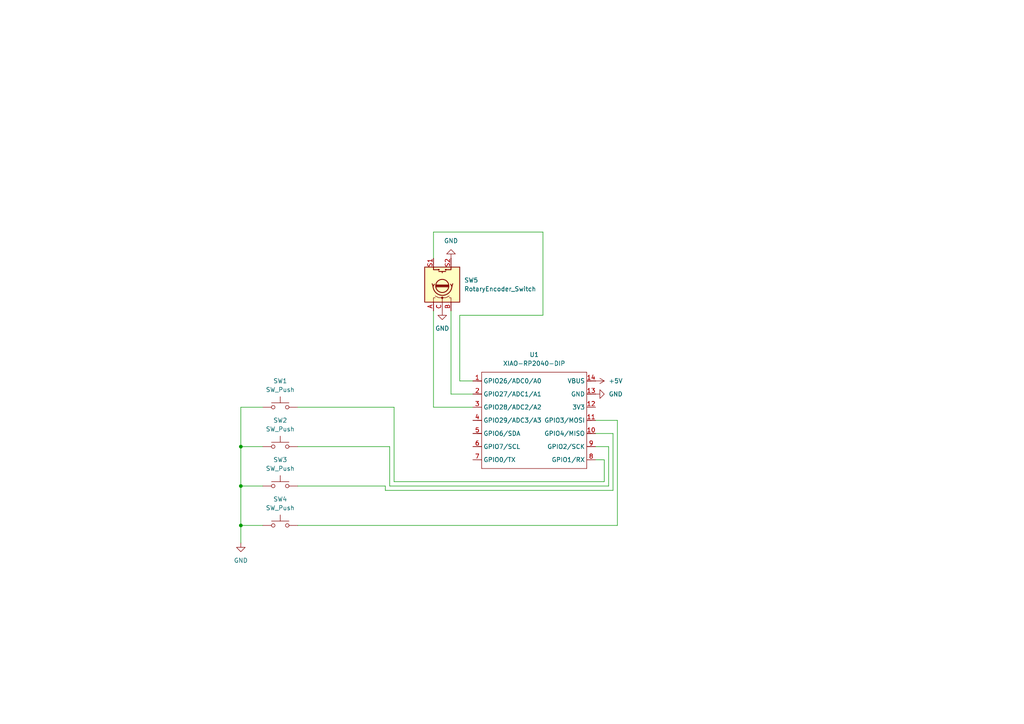
<source format=kicad_sch>
(kicad_sch
	(version 20250114)
	(generator "eeschema")
	(generator_version "9.0")
	(uuid "0a450efc-a49d-471c-99cf-9ff459e16a7e")
	(paper "A4")
	(lib_symbols
		(symbol "Device:RotaryEncoder_Switch"
			(pin_names
				(offset 0.254)
				(hide yes)
			)
			(exclude_from_sim no)
			(in_bom yes)
			(on_board yes)
			(property "Reference" "SW"
				(at 0 6.604 0)
				(effects
					(font
						(size 1.27 1.27)
					)
				)
			)
			(property "Value" "RotaryEncoder_Switch"
				(at 0 -6.604 0)
				(effects
					(font
						(size 1.27 1.27)
					)
				)
			)
			(property "Footprint" ""
				(at -3.81 4.064 0)
				(effects
					(font
						(size 1.27 1.27)
					)
					(hide yes)
				)
			)
			(property "Datasheet" "~"
				(at 0 6.604 0)
				(effects
					(font
						(size 1.27 1.27)
					)
					(hide yes)
				)
			)
			(property "Description" "Rotary encoder, dual channel, incremental quadrate outputs, with switch"
				(at 0 0 0)
				(effects
					(font
						(size 1.27 1.27)
					)
					(hide yes)
				)
			)
			(property "ki_keywords" "rotary switch encoder switch push button"
				(at 0 0 0)
				(effects
					(font
						(size 1.27 1.27)
					)
					(hide yes)
				)
			)
			(property "ki_fp_filters" "RotaryEncoder*Switch*"
				(at 0 0 0)
				(effects
					(font
						(size 1.27 1.27)
					)
					(hide yes)
				)
			)
			(symbol "RotaryEncoder_Switch_0_1"
				(rectangle
					(start -5.08 5.08)
					(end 5.08 -5.08)
					(stroke
						(width 0.254)
						(type default)
					)
					(fill
						(type background)
					)
				)
				(polyline
					(pts
						(xy -5.08 2.54) (xy -3.81 2.54) (xy -3.81 2.032)
					)
					(stroke
						(width 0)
						(type default)
					)
					(fill
						(type none)
					)
				)
				(polyline
					(pts
						(xy -5.08 0) (xy -3.81 0) (xy -3.81 -1.016) (xy -3.302 -2.032)
					)
					(stroke
						(width 0)
						(type default)
					)
					(fill
						(type none)
					)
				)
				(polyline
					(pts
						(xy -5.08 -2.54) (xy -3.81 -2.54) (xy -3.81 -2.032)
					)
					(stroke
						(width 0)
						(type default)
					)
					(fill
						(type none)
					)
				)
				(polyline
					(pts
						(xy -4.318 0) (xy -3.81 0) (xy -3.81 1.016) (xy -3.302 2.032)
					)
					(stroke
						(width 0)
						(type default)
					)
					(fill
						(type none)
					)
				)
				(circle
					(center -3.81 0)
					(radius 0.254)
					(stroke
						(width 0)
						(type default)
					)
					(fill
						(type outline)
					)
				)
				(polyline
					(pts
						(xy -0.635 -1.778) (xy -0.635 1.778)
					)
					(stroke
						(width 0.254)
						(type default)
					)
					(fill
						(type none)
					)
				)
				(circle
					(center -0.381 0)
					(radius 1.905)
					(stroke
						(width 0.254)
						(type default)
					)
					(fill
						(type none)
					)
				)
				(polyline
					(pts
						(xy -0.381 -1.778) (xy -0.381 1.778)
					)
					(stroke
						(width 0.254)
						(type default)
					)
					(fill
						(type none)
					)
				)
				(arc
					(start -0.381 -2.794)
					(mid -3.0988 -0.0635)
					(end -0.381 2.667)
					(stroke
						(width 0.254)
						(type default)
					)
					(fill
						(type none)
					)
				)
				(polyline
					(pts
						(xy -0.127 1.778) (xy -0.127 -1.778)
					)
					(stroke
						(width 0.254)
						(type default)
					)
					(fill
						(type none)
					)
				)
				(polyline
					(pts
						(xy 0.254 2.921) (xy -0.508 2.667) (xy 0.127 2.286)
					)
					(stroke
						(width 0.254)
						(type default)
					)
					(fill
						(type none)
					)
				)
				(polyline
					(pts
						(xy 0.254 -3.048) (xy -0.508 -2.794) (xy 0.127 -2.413)
					)
					(stroke
						(width 0.254)
						(type default)
					)
					(fill
						(type none)
					)
				)
				(polyline
					(pts
						(xy 3.81 1.016) (xy 3.81 -1.016)
					)
					(stroke
						(width 0.254)
						(type default)
					)
					(fill
						(type none)
					)
				)
				(polyline
					(pts
						(xy 3.81 0) (xy 3.429 0)
					)
					(stroke
						(width 0.254)
						(type default)
					)
					(fill
						(type none)
					)
				)
				(circle
					(center 4.318 1.016)
					(radius 0.127)
					(stroke
						(width 0.254)
						(type default)
					)
					(fill
						(type none)
					)
				)
				(circle
					(center 4.318 -1.016)
					(radius 0.127)
					(stroke
						(width 0.254)
						(type default)
					)
					(fill
						(type none)
					)
				)
				(polyline
					(pts
						(xy 5.08 2.54) (xy 4.318 2.54) (xy 4.318 1.016)
					)
					(stroke
						(width 0.254)
						(type default)
					)
					(fill
						(type none)
					)
				)
				(polyline
					(pts
						(xy 5.08 -2.54) (xy 4.318 -2.54) (xy 4.318 -1.016)
					)
					(stroke
						(width 0.254)
						(type default)
					)
					(fill
						(type none)
					)
				)
			)
			(symbol "RotaryEncoder_Switch_1_1"
				(pin passive line
					(at -7.62 2.54 0)
					(length 2.54)
					(name "A"
						(effects
							(font
								(size 1.27 1.27)
							)
						)
					)
					(number "A"
						(effects
							(font
								(size 1.27 1.27)
							)
						)
					)
				)
				(pin passive line
					(at -7.62 0 0)
					(length 2.54)
					(name "C"
						(effects
							(font
								(size 1.27 1.27)
							)
						)
					)
					(number "C"
						(effects
							(font
								(size 1.27 1.27)
							)
						)
					)
				)
				(pin passive line
					(at -7.62 -2.54 0)
					(length 2.54)
					(name "B"
						(effects
							(font
								(size 1.27 1.27)
							)
						)
					)
					(number "B"
						(effects
							(font
								(size 1.27 1.27)
							)
						)
					)
				)
				(pin passive line
					(at 7.62 2.54 180)
					(length 2.54)
					(name "S1"
						(effects
							(font
								(size 1.27 1.27)
							)
						)
					)
					(number "S1"
						(effects
							(font
								(size 1.27 1.27)
							)
						)
					)
				)
				(pin passive line
					(at 7.62 -2.54 180)
					(length 2.54)
					(name "S2"
						(effects
							(font
								(size 1.27 1.27)
							)
						)
					)
					(number "S2"
						(effects
							(font
								(size 1.27 1.27)
							)
						)
					)
				)
			)
			(embedded_fonts no)
		)
		(symbol "OPL Library:XIAO-RP2040-DIP"
			(exclude_from_sim no)
			(in_bom yes)
			(on_board yes)
			(property "Reference" "U"
				(at 0 0 0)
				(effects
					(font
						(size 1.27 1.27)
					)
				)
			)
			(property "Value" "XIAO-RP2040-DIP"
				(at 5.334 -1.778 0)
				(effects
					(font
						(size 1.27 1.27)
					)
				)
			)
			(property "Footprint" "Module:MOUDLE14P-XIAO-DIP-SMD"
				(at 14.478 -32.258 0)
				(effects
					(font
						(size 1.27 1.27)
					)
					(hide yes)
				)
			)
			(property "Datasheet" ""
				(at 0 0 0)
				(effects
					(font
						(size 1.27 1.27)
					)
					(hide yes)
				)
			)
			(property "Description" ""
				(at 0 0 0)
				(effects
					(font
						(size 1.27 1.27)
					)
					(hide yes)
				)
			)
			(symbol "XIAO-RP2040-DIP_1_0"
				(polyline
					(pts
						(xy -1.27 -2.54) (xy 29.21 -2.54)
					)
					(stroke
						(width 0.1524)
						(type solid)
					)
					(fill
						(type none)
					)
				)
				(polyline
					(pts
						(xy -1.27 -5.08) (xy -2.54 -5.08)
					)
					(stroke
						(width 0.1524)
						(type solid)
					)
					(fill
						(type none)
					)
				)
				(polyline
					(pts
						(xy -1.27 -5.08) (xy -1.27 -2.54)
					)
					(stroke
						(width 0.1524)
						(type solid)
					)
					(fill
						(type none)
					)
				)
				(polyline
					(pts
						(xy -1.27 -8.89) (xy -2.54 -8.89)
					)
					(stroke
						(width 0.1524)
						(type solid)
					)
					(fill
						(type none)
					)
				)
				(polyline
					(pts
						(xy -1.27 -8.89) (xy -1.27 -5.08)
					)
					(stroke
						(width 0.1524)
						(type solid)
					)
					(fill
						(type none)
					)
				)
				(polyline
					(pts
						(xy -1.27 -12.7) (xy -2.54 -12.7)
					)
					(stroke
						(width 0.1524)
						(type solid)
					)
					(fill
						(type none)
					)
				)
				(polyline
					(pts
						(xy -1.27 -12.7) (xy -1.27 -8.89)
					)
					(stroke
						(width 0.1524)
						(type solid)
					)
					(fill
						(type none)
					)
				)
				(polyline
					(pts
						(xy -1.27 -16.51) (xy -2.54 -16.51)
					)
					(stroke
						(width 0.1524)
						(type solid)
					)
					(fill
						(type none)
					)
				)
				(polyline
					(pts
						(xy -1.27 -16.51) (xy -1.27 -12.7)
					)
					(stroke
						(width 0.1524)
						(type solid)
					)
					(fill
						(type none)
					)
				)
				(polyline
					(pts
						(xy -1.27 -20.32) (xy -2.54 -20.32)
					)
					(stroke
						(width 0.1524)
						(type solid)
					)
					(fill
						(type none)
					)
				)
				(polyline
					(pts
						(xy -1.27 -24.13) (xy -2.54 -24.13)
					)
					(stroke
						(width 0.1524)
						(type solid)
					)
					(fill
						(type none)
					)
				)
				(polyline
					(pts
						(xy -1.27 -27.94) (xy -2.54 -27.94)
					)
					(stroke
						(width 0.1524)
						(type solid)
					)
					(fill
						(type none)
					)
				)
				(polyline
					(pts
						(xy -1.27 -30.48) (xy -1.27 -16.51)
					)
					(stroke
						(width 0.1524)
						(type solid)
					)
					(fill
						(type none)
					)
				)
				(polyline
					(pts
						(xy 29.21 -2.54) (xy 29.21 -5.08)
					)
					(stroke
						(width 0.1524)
						(type solid)
					)
					(fill
						(type none)
					)
				)
				(polyline
					(pts
						(xy 29.21 -5.08) (xy 29.21 -8.89)
					)
					(stroke
						(width 0.1524)
						(type solid)
					)
					(fill
						(type none)
					)
				)
				(polyline
					(pts
						(xy 29.21 -8.89) (xy 29.21 -12.7)
					)
					(stroke
						(width 0.1524)
						(type solid)
					)
					(fill
						(type none)
					)
				)
				(polyline
					(pts
						(xy 29.21 -12.7) (xy 29.21 -30.48)
					)
					(stroke
						(width 0.1524)
						(type solid)
					)
					(fill
						(type none)
					)
				)
				(polyline
					(pts
						(xy 29.21 -30.48) (xy -1.27 -30.48)
					)
					(stroke
						(width 0.1524)
						(type solid)
					)
					(fill
						(type none)
					)
				)
				(polyline
					(pts
						(xy 30.48 -5.08) (xy 29.21 -5.08)
					)
					(stroke
						(width 0.1524)
						(type solid)
					)
					(fill
						(type none)
					)
				)
				(polyline
					(pts
						(xy 30.48 -8.89) (xy 29.21 -8.89)
					)
					(stroke
						(width 0.1524)
						(type solid)
					)
					(fill
						(type none)
					)
				)
				(polyline
					(pts
						(xy 30.48 -12.7) (xy 29.21 -12.7)
					)
					(stroke
						(width 0.1524)
						(type solid)
					)
					(fill
						(type none)
					)
				)
				(polyline
					(pts
						(xy 30.48 -16.51) (xy 29.21 -16.51)
					)
					(stroke
						(width 0.1524)
						(type solid)
					)
					(fill
						(type none)
					)
				)
				(polyline
					(pts
						(xy 30.48 -20.32) (xy 29.21 -20.32)
					)
					(stroke
						(width 0.1524)
						(type solid)
					)
					(fill
						(type none)
					)
				)
				(polyline
					(pts
						(xy 30.48 -24.13) (xy 29.21 -24.13)
					)
					(stroke
						(width 0.1524)
						(type solid)
					)
					(fill
						(type none)
					)
				)
				(polyline
					(pts
						(xy 30.48 -27.94) (xy 29.21 -27.94)
					)
					(stroke
						(width 0.1524)
						(type solid)
					)
					(fill
						(type none)
					)
				)
				(pin passive line
					(at -3.81 -5.08 0)
					(length 2.54)
					(name "GPIO26/ADC0/A0"
						(effects
							(font
								(size 1.27 1.27)
							)
						)
					)
					(number "1"
						(effects
							(font
								(size 1.27 1.27)
							)
						)
					)
				)
				(pin passive line
					(at -3.81 -8.89 0)
					(length 2.54)
					(name "GPIO27/ADC1/A1"
						(effects
							(font
								(size 1.27 1.27)
							)
						)
					)
					(number "2"
						(effects
							(font
								(size 1.27 1.27)
							)
						)
					)
				)
				(pin passive line
					(at -3.81 -12.7 0)
					(length 2.54)
					(name "GPIO28/ADC2/A2"
						(effects
							(font
								(size 1.27 1.27)
							)
						)
					)
					(number "3"
						(effects
							(font
								(size 1.27 1.27)
							)
						)
					)
				)
				(pin passive line
					(at -3.81 -16.51 0)
					(length 2.54)
					(name "GPIO29/ADC3/A3"
						(effects
							(font
								(size 1.27 1.27)
							)
						)
					)
					(number "4"
						(effects
							(font
								(size 1.27 1.27)
							)
						)
					)
				)
				(pin passive line
					(at -3.81 -20.32 0)
					(length 2.54)
					(name "GPIO6/SDA"
						(effects
							(font
								(size 1.27 1.27)
							)
						)
					)
					(number "5"
						(effects
							(font
								(size 1.27 1.27)
							)
						)
					)
				)
				(pin passive line
					(at -3.81 -24.13 0)
					(length 2.54)
					(name "GPIO7/SCL"
						(effects
							(font
								(size 1.27 1.27)
							)
						)
					)
					(number "6"
						(effects
							(font
								(size 1.27 1.27)
							)
						)
					)
				)
				(pin passive line
					(at -3.81 -27.94 0)
					(length 2.54)
					(name "GPIO0/TX"
						(effects
							(font
								(size 1.27 1.27)
							)
						)
					)
					(number "7"
						(effects
							(font
								(size 1.27 1.27)
							)
						)
					)
				)
				(pin passive line
					(at 31.75 -5.08 180)
					(length 2.54)
					(name "VBUS"
						(effects
							(font
								(size 1.27 1.27)
							)
						)
					)
					(number "14"
						(effects
							(font
								(size 1.27 1.27)
							)
						)
					)
				)
				(pin passive line
					(at 31.75 -8.89 180)
					(length 2.54)
					(name "GND"
						(effects
							(font
								(size 1.27 1.27)
							)
						)
					)
					(number "13"
						(effects
							(font
								(size 1.27 1.27)
							)
						)
					)
				)
				(pin passive line
					(at 31.75 -12.7 180)
					(length 2.54)
					(name "3V3"
						(effects
							(font
								(size 1.27 1.27)
							)
						)
					)
					(number "12"
						(effects
							(font
								(size 1.27 1.27)
							)
						)
					)
				)
				(pin passive line
					(at 31.75 -16.51 180)
					(length 2.54)
					(name "GPIO3/MOSI"
						(effects
							(font
								(size 1.27 1.27)
							)
						)
					)
					(number "11"
						(effects
							(font
								(size 1.27 1.27)
							)
						)
					)
				)
				(pin passive line
					(at 31.75 -20.32 180)
					(length 2.54)
					(name "GPIO4/MISO"
						(effects
							(font
								(size 1.27 1.27)
							)
						)
					)
					(number "10"
						(effects
							(font
								(size 1.27 1.27)
							)
						)
					)
				)
				(pin passive line
					(at 31.75 -24.13 180)
					(length 2.54)
					(name "GPIO2/SCK"
						(effects
							(font
								(size 1.27 1.27)
							)
						)
					)
					(number "9"
						(effects
							(font
								(size 1.27 1.27)
							)
						)
					)
				)
				(pin passive line
					(at 31.75 -27.94 180)
					(length 2.54)
					(name "GPIO1/RX"
						(effects
							(font
								(size 1.27 1.27)
							)
						)
					)
					(number "8"
						(effects
							(font
								(size 1.27 1.27)
							)
						)
					)
				)
			)
			(embedded_fonts no)
		)
		(symbol "Switch:SW_Push"
			(pin_numbers
				(hide yes)
			)
			(pin_names
				(offset 1.016)
				(hide yes)
			)
			(exclude_from_sim no)
			(in_bom yes)
			(on_board yes)
			(property "Reference" "SW"
				(at 1.27 2.54 0)
				(effects
					(font
						(size 1.27 1.27)
					)
					(justify left)
				)
			)
			(property "Value" "SW_Push"
				(at 0 -1.524 0)
				(effects
					(font
						(size 1.27 1.27)
					)
				)
			)
			(property "Footprint" ""
				(at 0 5.08 0)
				(effects
					(font
						(size 1.27 1.27)
					)
					(hide yes)
				)
			)
			(property "Datasheet" "~"
				(at 0 5.08 0)
				(effects
					(font
						(size 1.27 1.27)
					)
					(hide yes)
				)
			)
			(property "Description" "Push button switch, generic, two pins"
				(at 0 0 0)
				(effects
					(font
						(size 1.27 1.27)
					)
					(hide yes)
				)
			)
			(property "ki_keywords" "switch normally-open pushbutton push-button"
				(at 0 0 0)
				(effects
					(font
						(size 1.27 1.27)
					)
					(hide yes)
				)
			)
			(symbol "SW_Push_0_1"
				(circle
					(center -2.032 0)
					(radius 0.508)
					(stroke
						(width 0)
						(type default)
					)
					(fill
						(type none)
					)
				)
				(polyline
					(pts
						(xy 0 1.27) (xy 0 3.048)
					)
					(stroke
						(width 0)
						(type default)
					)
					(fill
						(type none)
					)
				)
				(circle
					(center 2.032 0)
					(radius 0.508)
					(stroke
						(width 0)
						(type default)
					)
					(fill
						(type none)
					)
				)
				(polyline
					(pts
						(xy 2.54 1.27) (xy -2.54 1.27)
					)
					(stroke
						(width 0)
						(type default)
					)
					(fill
						(type none)
					)
				)
				(pin passive line
					(at -5.08 0 0)
					(length 2.54)
					(name "1"
						(effects
							(font
								(size 1.27 1.27)
							)
						)
					)
					(number "1"
						(effects
							(font
								(size 1.27 1.27)
							)
						)
					)
				)
				(pin passive line
					(at 5.08 0 180)
					(length 2.54)
					(name "2"
						(effects
							(font
								(size 1.27 1.27)
							)
						)
					)
					(number "2"
						(effects
							(font
								(size 1.27 1.27)
							)
						)
					)
				)
			)
			(embedded_fonts no)
		)
		(symbol "power:+5V"
			(power)
			(pin_numbers
				(hide yes)
			)
			(pin_names
				(offset 0)
				(hide yes)
			)
			(exclude_from_sim no)
			(in_bom yes)
			(on_board yes)
			(property "Reference" "#PWR"
				(at 0 -3.81 0)
				(effects
					(font
						(size 1.27 1.27)
					)
					(hide yes)
				)
			)
			(property "Value" "+5V"
				(at 0 3.556 0)
				(effects
					(font
						(size 1.27 1.27)
					)
				)
			)
			(property "Footprint" ""
				(at 0 0 0)
				(effects
					(font
						(size 1.27 1.27)
					)
					(hide yes)
				)
			)
			(property "Datasheet" ""
				(at 0 0 0)
				(effects
					(font
						(size 1.27 1.27)
					)
					(hide yes)
				)
			)
			(property "Description" "Power symbol creates a global label with name \"+5V\""
				(at 0 0 0)
				(effects
					(font
						(size 1.27 1.27)
					)
					(hide yes)
				)
			)
			(property "ki_keywords" "global power"
				(at 0 0 0)
				(effects
					(font
						(size 1.27 1.27)
					)
					(hide yes)
				)
			)
			(symbol "+5V_0_1"
				(polyline
					(pts
						(xy -0.762 1.27) (xy 0 2.54)
					)
					(stroke
						(width 0)
						(type default)
					)
					(fill
						(type none)
					)
				)
				(polyline
					(pts
						(xy 0 2.54) (xy 0.762 1.27)
					)
					(stroke
						(width 0)
						(type default)
					)
					(fill
						(type none)
					)
				)
				(polyline
					(pts
						(xy 0 0) (xy 0 2.54)
					)
					(stroke
						(width 0)
						(type default)
					)
					(fill
						(type none)
					)
				)
			)
			(symbol "+5V_1_1"
				(pin power_in line
					(at 0 0 90)
					(length 0)
					(name "~"
						(effects
							(font
								(size 1.27 1.27)
							)
						)
					)
					(number "1"
						(effects
							(font
								(size 1.27 1.27)
							)
						)
					)
				)
			)
			(embedded_fonts no)
		)
		(symbol "power:GND"
			(power)
			(pin_numbers
				(hide yes)
			)
			(pin_names
				(offset 0)
				(hide yes)
			)
			(exclude_from_sim no)
			(in_bom yes)
			(on_board yes)
			(property "Reference" "#PWR"
				(at 0 -6.35 0)
				(effects
					(font
						(size 1.27 1.27)
					)
					(hide yes)
				)
			)
			(property "Value" "GND"
				(at 0 -3.81 0)
				(effects
					(font
						(size 1.27 1.27)
					)
				)
			)
			(property "Footprint" ""
				(at 0 0 0)
				(effects
					(font
						(size 1.27 1.27)
					)
					(hide yes)
				)
			)
			(property "Datasheet" ""
				(at 0 0 0)
				(effects
					(font
						(size 1.27 1.27)
					)
					(hide yes)
				)
			)
			(property "Description" "Power symbol creates a global label with name \"GND\" , ground"
				(at 0 0 0)
				(effects
					(font
						(size 1.27 1.27)
					)
					(hide yes)
				)
			)
			(property "ki_keywords" "global power"
				(at 0 0 0)
				(effects
					(font
						(size 1.27 1.27)
					)
					(hide yes)
				)
			)
			(symbol "GND_0_1"
				(polyline
					(pts
						(xy 0 0) (xy 0 -1.27) (xy 1.27 -1.27) (xy 0 -2.54) (xy -1.27 -1.27) (xy 0 -1.27)
					)
					(stroke
						(width 0)
						(type default)
					)
					(fill
						(type none)
					)
				)
			)
			(symbol "GND_1_1"
				(pin power_in line
					(at 0 0 270)
					(length 0)
					(name "~"
						(effects
							(font
								(size 1.27 1.27)
							)
						)
					)
					(number "1"
						(effects
							(font
								(size 1.27 1.27)
							)
						)
					)
				)
			)
			(embedded_fonts no)
		)
	)
	(junction
		(at 69.85 140.97)
		(diameter 0)
		(color 0 0 0 0)
		(uuid "48ef18cf-3c09-46d6-ae1e-bafd9a1ec127")
	)
	(junction
		(at 69.85 152.4)
		(diameter 0)
		(color 0 0 0 0)
		(uuid "e0087202-22b3-416c-8b34-68ee5754a5fb")
	)
	(junction
		(at 69.85 129.54)
		(diameter 0)
		(color 0 0 0 0)
		(uuid "ebbe8b97-0ce9-4296-ab4a-f042b5e61895")
	)
	(wire
		(pts
			(xy 179.07 121.92) (xy 179.07 152.4)
		)
		(stroke
			(width 0)
			(type default)
		)
		(uuid "048e5f7c-5093-4e1f-97b4-f608db1a4e68")
	)
	(wire
		(pts
			(xy 69.85 152.4) (xy 69.85 157.48)
		)
		(stroke
			(width 0)
			(type default)
		)
		(uuid "0cfc38a0-189b-4ffa-9fbc-059a91e4f671")
	)
	(wire
		(pts
			(xy 172.72 121.92) (xy 179.07 121.92)
		)
		(stroke
			(width 0)
			(type default)
		)
		(uuid "13f9f301-ca80-4830-a908-740b96501fcc")
	)
	(wire
		(pts
			(xy 157.48 91.44) (xy 133.35 91.44)
		)
		(stroke
			(width 0)
			(type default)
		)
		(uuid "21cac67b-d8ed-436e-9f28-eabc510dfaca")
	)
	(wire
		(pts
			(xy 125.73 90.17) (xy 125.73 118.11)
		)
		(stroke
			(width 0)
			(type default)
		)
		(uuid "326b4e11-6547-4971-8589-beb39747df24")
	)
	(wire
		(pts
			(xy 69.85 129.54) (xy 69.85 140.97)
		)
		(stroke
			(width 0)
			(type default)
		)
		(uuid "3e0b4a7b-38b0-4798-91e9-8b208f343360")
	)
	(wire
		(pts
			(xy 114.3 118.11) (xy 86.36 118.11)
		)
		(stroke
			(width 0)
			(type default)
		)
		(uuid "3fe86db0-964f-40d0-93ef-d636e2e99d88")
	)
	(wire
		(pts
			(xy 125.73 74.93) (xy 125.73 67.31)
		)
		(stroke
			(width 0)
			(type default)
		)
		(uuid "4578b025-ec68-4923-bbdb-4b6939f966bf")
	)
	(wire
		(pts
			(xy 125.73 118.11) (xy 137.16 118.11)
		)
		(stroke
			(width 0)
			(type default)
		)
		(uuid "4df0d1fe-aac4-4147-bfcc-7dbd9235c6db")
	)
	(wire
		(pts
			(xy 111.76 140.97) (xy 86.36 140.97)
		)
		(stroke
			(width 0)
			(type default)
		)
		(uuid "5454667c-9921-4044-9271-d59bd7ab3eaf")
	)
	(wire
		(pts
			(xy 176.53 140.97) (xy 113.03 140.97)
		)
		(stroke
			(width 0)
			(type default)
		)
		(uuid "5b2059d6-d439-40fb-b776-9890eb6f2619")
	)
	(wire
		(pts
			(xy 172.72 129.54) (xy 176.53 129.54)
		)
		(stroke
			(width 0)
			(type default)
		)
		(uuid "654c449d-c1c2-4f73-82ae-5911c9f5d18d")
	)
	(wire
		(pts
			(xy 130.81 90.17) (xy 130.81 114.3)
		)
		(stroke
			(width 0)
			(type default)
		)
		(uuid "66fa42fe-4cde-4175-af91-3b8454f1e889")
	)
	(wire
		(pts
			(xy 175.26 139.7) (xy 114.3 139.7)
		)
		(stroke
			(width 0)
			(type default)
		)
		(uuid "6d3d7862-4953-4b36-94a2-a5696bd36adc")
	)
	(wire
		(pts
			(xy 157.48 67.31) (xy 157.48 91.44)
		)
		(stroke
			(width 0)
			(type default)
		)
		(uuid "7c5076bf-64d1-4052-b395-1882579640f7")
	)
	(wire
		(pts
			(xy 113.03 129.54) (xy 86.36 129.54)
		)
		(stroke
			(width 0)
			(type default)
		)
		(uuid "8ac128f8-9f1a-4879-bdad-40531802d683")
	)
	(wire
		(pts
			(xy 175.26 139.7) (xy 175.26 133.35)
		)
		(stroke
			(width 0)
			(type default)
		)
		(uuid "8f92db9f-ccc0-4aa1-a2d5-1f3ffe33f878")
	)
	(wire
		(pts
			(xy 76.2 118.11) (xy 69.85 118.11)
		)
		(stroke
			(width 0)
			(type default)
		)
		(uuid "914fa821-e39a-4069-8423-eb39812cd85c")
	)
	(wire
		(pts
			(xy 179.07 152.4) (xy 86.36 152.4)
		)
		(stroke
			(width 0)
			(type default)
		)
		(uuid "9e6ef61d-7690-4825-8200-ce203c083e59")
	)
	(wire
		(pts
			(xy 125.73 67.31) (xy 157.48 67.31)
		)
		(stroke
			(width 0)
			(type default)
		)
		(uuid "a94ef24b-13fa-4420-9f20-b3349fb06840")
	)
	(wire
		(pts
			(xy 69.85 118.11) (xy 69.85 129.54)
		)
		(stroke
			(width 0)
			(type default)
		)
		(uuid "aca205b5-f800-423f-9345-d9c892eaedea")
	)
	(wire
		(pts
			(xy 114.3 139.7) (xy 114.3 118.11)
		)
		(stroke
			(width 0)
			(type default)
		)
		(uuid "ae4ee6a2-c045-4614-9ff9-b467869b5435")
	)
	(wire
		(pts
			(xy 130.81 114.3) (xy 137.16 114.3)
		)
		(stroke
			(width 0)
			(type default)
		)
		(uuid "aeafcabd-2c02-47ca-b930-bd9801f1e58c")
	)
	(wire
		(pts
			(xy 69.85 140.97) (xy 69.85 152.4)
		)
		(stroke
			(width 0)
			(type default)
		)
		(uuid "b527c927-150a-4ef1-99e5-725c52469c69")
	)
	(wire
		(pts
			(xy 69.85 152.4) (xy 76.2 152.4)
		)
		(stroke
			(width 0)
			(type default)
		)
		(uuid "b5522772-8490-41ea-ad1e-317c990a0875")
	)
	(wire
		(pts
			(xy 177.8 142.24) (xy 177.8 125.73)
		)
		(stroke
			(width 0)
			(type default)
		)
		(uuid "bc3ec3f4-52b9-4a35-b355-52b9778e8f4a")
	)
	(wire
		(pts
			(xy 133.35 110.49) (xy 137.16 110.49)
		)
		(stroke
			(width 0)
			(type default)
		)
		(uuid "c544eb4e-6b69-48ff-8935-61cd900faa16")
	)
	(wire
		(pts
			(xy 69.85 129.54) (xy 76.2 129.54)
		)
		(stroke
			(width 0)
			(type default)
		)
		(uuid "c7ce5ccb-eb57-4f58-8a26-c410ce1c9f44")
	)
	(wire
		(pts
			(xy 111.76 142.24) (xy 111.76 140.97)
		)
		(stroke
			(width 0)
			(type default)
		)
		(uuid "c8b4f9fb-dde5-48d3-b8fc-e2c4b8f9266d")
	)
	(wire
		(pts
			(xy 133.35 91.44) (xy 133.35 110.49)
		)
		(stroke
			(width 0)
			(type default)
		)
		(uuid "caddc830-4e49-4dcb-b87e-5707553e05d6")
	)
	(wire
		(pts
			(xy 69.85 140.97) (xy 76.2 140.97)
		)
		(stroke
			(width 0)
			(type default)
		)
		(uuid "e634b62f-5cba-4f57-9e1b-46d35d38aebe")
	)
	(wire
		(pts
			(xy 175.26 133.35) (xy 172.72 133.35)
		)
		(stroke
			(width 0)
			(type default)
		)
		(uuid "eb4cacbe-53da-45ae-aa8a-3060701a2a77")
	)
	(wire
		(pts
			(xy 176.53 140.97) (xy 176.53 129.54)
		)
		(stroke
			(width 0)
			(type default)
		)
		(uuid "ec5b3a92-8c66-4e2c-a3be-fa9910c14a33")
	)
	(wire
		(pts
			(xy 113.03 140.97) (xy 113.03 129.54)
		)
		(stroke
			(width 0)
			(type default)
		)
		(uuid "f0647943-ec8b-4bbc-9a3a-bc60673423b9")
	)
	(wire
		(pts
			(xy 177.8 125.73) (xy 172.72 125.73)
		)
		(stroke
			(width 0)
			(type default)
		)
		(uuid "fb065391-93c6-4bf8-8c58-22436154ebd0")
	)
	(wire
		(pts
			(xy 177.8 142.24) (xy 111.76 142.24)
		)
		(stroke
			(width 0)
			(type default)
		)
		(uuid "fc6f33c8-1b51-4d59-88e6-ab7e68ff7ec2")
	)
	(symbol
		(lib_id "power:GND")
		(at 128.27 90.17 0)
		(unit 1)
		(exclude_from_sim no)
		(in_bom yes)
		(on_board yes)
		(dnp no)
		(fields_autoplaced yes)
		(uuid "05acec3e-4779-4325-9639-c7d42f6f8ecd")
		(property "Reference" "#PWR05"
			(at 128.27 96.52 0)
			(effects
				(font
					(size 1.27 1.27)
				)
				(hide yes)
			)
		)
		(property "Value" "GND"
			(at 128.27 95.25 0)
			(effects
				(font
					(size 1.27 1.27)
				)
			)
		)
		(property "Footprint" ""
			(at 128.27 90.17 0)
			(effects
				(font
					(size 1.27 1.27)
				)
				(hide yes)
			)
		)
		(property "Datasheet" ""
			(at 128.27 90.17 0)
			(effects
				(font
					(size 1.27 1.27)
				)
				(hide yes)
			)
		)
		(property "Description" "Power symbol creates a global label with name \"GND\" , ground"
			(at 128.27 90.17 0)
			(effects
				(font
					(size 1.27 1.27)
				)
				(hide yes)
			)
		)
		(pin "1"
			(uuid "7cab2556-2b86-460e-920a-23a94933adf1")
		)
		(instances
			(project "Macropad"
				(path "/0a450efc-a49d-471c-99cf-9ff459e16a7e"
					(reference "#PWR05")
					(unit 1)
				)
			)
		)
	)
	(symbol
		(lib_id "power:GND")
		(at 69.85 157.48 0)
		(unit 1)
		(exclude_from_sim no)
		(in_bom yes)
		(on_board yes)
		(dnp no)
		(fields_autoplaced yes)
		(uuid "08d795c3-80a8-4925-b834-7b82b8c3991d")
		(property "Reference" "#PWR01"
			(at 69.85 163.83 0)
			(effects
				(font
					(size 1.27 1.27)
				)
				(hide yes)
			)
		)
		(property "Value" "GND"
			(at 69.85 162.56 0)
			(effects
				(font
					(size 1.27 1.27)
				)
			)
		)
		(property "Footprint" ""
			(at 69.85 157.48 0)
			(effects
				(font
					(size 1.27 1.27)
				)
				(hide yes)
			)
		)
		(property "Datasheet" ""
			(at 69.85 157.48 0)
			(effects
				(font
					(size 1.27 1.27)
				)
				(hide yes)
			)
		)
		(property "Description" "Power symbol creates a global label with name \"GND\" , ground"
			(at 69.85 157.48 0)
			(effects
				(font
					(size 1.27 1.27)
				)
				(hide yes)
			)
		)
		(pin "1"
			(uuid "059f1775-53cb-4573-82aa-6ca94bec79f3")
		)
		(instances
			(project ""
				(path "/0a450efc-a49d-471c-99cf-9ff459e16a7e"
					(reference "#PWR01")
					(unit 1)
				)
			)
		)
	)
	(symbol
		(lib_id "power:GND")
		(at 172.72 114.3 90)
		(unit 1)
		(exclude_from_sim no)
		(in_bom yes)
		(on_board yes)
		(dnp no)
		(fields_autoplaced yes)
		(uuid "3eb95271-9331-4a99-b5ff-4dd2aa1184e1")
		(property "Reference" "#PWR02"
			(at 179.07 114.3 0)
			(effects
				(font
					(size 1.27 1.27)
				)
				(hide yes)
			)
		)
		(property "Value" "GND"
			(at 176.53 114.2999 90)
			(effects
				(font
					(size 1.27 1.27)
				)
				(justify right)
			)
		)
		(property "Footprint" ""
			(at 172.72 114.3 0)
			(effects
				(font
					(size 1.27 1.27)
				)
				(hide yes)
			)
		)
		(property "Datasheet" ""
			(at 172.72 114.3 0)
			(effects
				(font
					(size 1.27 1.27)
				)
				(hide yes)
			)
		)
		(property "Description" "Power symbol creates a global label with name \"GND\" , ground"
			(at 172.72 114.3 0)
			(effects
				(font
					(size 1.27 1.27)
				)
				(hide yes)
			)
		)
		(pin "1"
			(uuid "38b510bd-d780-4dd9-a254-dfb774e3641c")
		)
		(instances
			(project ""
				(path "/0a450efc-a49d-471c-99cf-9ff459e16a7e"
					(reference "#PWR02")
					(unit 1)
				)
			)
		)
	)
	(symbol
		(lib_id "Switch:SW_Push")
		(at 81.28 129.54 0)
		(unit 1)
		(exclude_from_sim no)
		(in_bom yes)
		(on_board yes)
		(dnp no)
		(fields_autoplaced yes)
		(uuid "53c005b6-2ba3-415a-b13d-1bd88f02bbb9")
		(property "Reference" "SW2"
			(at 81.28 121.92 0)
			(effects
				(font
					(size 1.27 1.27)
				)
			)
		)
		(property "Value" "SW_Push"
			(at 81.28 124.46 0)
			(effects
				(font
					(size 1.27 1.27)
				)
			)
		)
		(property "Footprint" "Button_Switch_Keyboard:SW_Cherry_MX_1.00u_PCB"
			(at 81.28 124.46 0)
			(effects
				(font
					(size 1.27 1.27)
				)
				(hide yes)
			)
		)
		(property "Datasheet" "~"
			(at 81.28 124.46 0)
			(effects
				(font
					(size 1.27 1.27)
				)
				(hide yes)
			)
		)
		(property "Description" "Push button switch, generic, two pins"
			(at 81.28 129.54 0)
			(effects
				(font
					(size 1.27 1.27)
				)
				(hide yes)
			)
		)
		(pin "1"
			(uuid "048f881b-833a-45d7-b0dc-838739d31429")
		)
		(pin "2"
			(uuid "2d2eafec-f3cf-4112-986e-9102885ddb0f")
		)
		(instances
			(project ""
				(path "/0a450efc-a49d-471c-99cf-9ff459e16a7e"
					(reference "SW2")
					(unit 1)
				)
			)
		)
	)
	(symbol
		(lib_id "power:+5V")
		(at 172.72 110.49 270)
		(unit 1)
		(exclude_from_sim no)
		(in_bom yes)
		(on_board yes)
		(dnp no)
		(fields_autoplaced yes)
		(uuid "57f3182a-50e8-4e80-960a-20ca3585a72e")
		(property "Reference" "#PWR03"
			(at 168.91 110.49 0)
			(effects
				(font
					(size 1.27 1.27)
				)
				(hide yes)
			)
		)
		(property "Value" "+5V"
			(at 176.53 110.4899 90)
			(effects
				(font
					(size 1.27 1.27)
				)
				(justify left)
			)
		)
		(property "Footprint" ""
			(at 172.72 110.49 0)
			(effects
				(font
					(size 1.27 1.27)
				)
				(hide yes)
			)
		)
		(property "Datasheet" ""
			(at 172.72 110.49 0)
			(effects
				(font
					(size 1.27 1.27)
				)
				(hide yes)
			)
		)
		(property "Description" "Power symbol creates a global label with name \"+5V\""
			(at 172.72 110.49 0)
			(effects
				(font
					(size 1.27 1.27)
				)
				(hide yes)
			)
		)
		(pin "1"
			(uuid "c0d18f97-4765-4f87-893e-9afcc00e981e")
		)
		(instances
			(project ""
				(path "/0a450efc-a49d-471c-99cf-9ff459e16a7e"
					(reference "#PWR03")
					(unit 1)
				)
			)
		)
	)
	(symbol
		(lib_id "Switch:SW_Push")
		(at 81.28 118.11 0)
		(unit 1)
		(exclude_from_sim no)
		(in_bom yes)
		(on_board yes)
		(dnp no)
		(fields_autoplaced yes)
		(uuid "8d17a0d8-7750-4a32-93f5-6b8e969ae1bc")
		(property "Reference" "SW1"
			(at 81.28 110.49 0)
			(effects
				(font
					(size 1.27 1.27)
				)
			)
		)
		(property "Value" "SW_Push"
			(at 81.28 113.03 0)
			(effects
				(font
					(size 1.27 1.27)
				)
			)
		)
		(property "Footprint" "Button_Switch_Keyboard:SW_Cherry_MX_1.00u_PCB"
			(at 81.28 113.03 0)
			(effects
				(font
					(size 1.27 1.27)
				)
				(hide yes)
			)
		)
		(property "Datasheet" "~"
			(at 81.28 113.03 0)
			(effects
				(font
					(size 1.27 1.27)
				)
				(hide yes)
			)
		)
		(property "Description" "Push button switch, generic, two pins"
			(at 81.28 118.11 0)
			(effects
				(font
					(size 1.27 1.27)
				)
				(hide yes)
			)
		)
		(pin "1"
			(uuid "bbfd9cc0-cad0-4b7e-8281-f66189cdf11b")
		)
		(pin "2"
			(uuid "9d44340c-3f80-4e1e-8097-a98eb09a2162")
		)
		(instances
			(project ""
				(path "/0a450efc-a49d-471c-99cf-9ff459e16a7e"
					(reference "SW1")
					(unit 1)
				)
			)
		)
	)
	(symbol
		(lib_id "OPL Library:XIAO-RP2040-DIP")
		(at 140.97 105.41 0)
		(unit 1)
		(exclude_from_sim no)
		(in_bom yes)
		(on_board yes)
		(dnp no)
		(fields_autoplaced yes)
		(uuid "9e86be03-ffb9-4573-91c7-df53e67117eb")
		(property "Reference" "U1"
			(at 154.94 102.87 0)
			(effects
				(font
					(size 1.27 1.27)
				)
			)
		)
		(property "Value" "XIAO-RP2040-DIP"
			(at 154.94 105.41 0)
			(effects
				(font
					(size 1.27 1.27)
				)
			)
		)
		(property "Footprint" "OPL Library:XIAO-RP2040-DIP"
			(at 155.448 137.668 0)
			(effects
				(font
					(size 1.27 1.27)
				)
				(hide yes)
			)
		)
		(property "Datasheet" ""
			(at 140.97 105.41 0)
			(effects
				(font
					(size 1.27 1.27)
				)
				(hide yes)
			)
		)
		(property "Description" ""
			(at 140.97 105.41 0)
			(effects
				(font
					(size 1.27 1.27)
				)
				(hide yes)
			)
		)
		(pin "9"
			(uuid "ec058741-a99a-4c7b-9df2-f76f81234ac3")
		)
		(pin "1"
			(uuid "e4d897e1-0dae-446a-ad85-3a5600037b47")
		)
		(pin "7"
			(uuid "5abcf22d-7a26-4f06-a74d-48d472149704")
		)
		(pin "11"
			(uuid "42cd341a-f306-486c-8cf4-d80c51b3bf7e")
		)
		(pin "5"
			(uuid "6c567b28-c7d2-4466-84f3-4309388b8822")
		)
		(pin "13"
			(uuid "3541d369-2f08-493b-8550-abc04c6b5618")
		)
		(pin "12"
			(uuid "6cf244cb-dd47-49a1-922f-94c7f462c2c7")
		)
		(pin "2"
			(uuid "90173598-3ddc-4ec3-8ac4-f8810741ff39")
		)
		(pin "8"
			(uuid "0f228263-f68b-45d1-b02b-d96e966a2806")
		)
		(pin "6"
			(uuid "23623e85-632b-46bd-ae5e-c6d2a30c3c01")
		)
		(pin "4"
			(uuid "47942eee-e738-44c6-b168-bbd19a39bc15")
		)
		(pin "3"
			(uuid "2403b42c-acff-408a-a952-65d1eb2e9153")
		)
		(pin "14"
			(uuid "20828e8b-4aff-4d40-a9ff-aeed0c9bb1f3")
		)
		(pin "10"
			(uuid "9d6c0731-2869-4c1f-9257-b86c8fb6e795")
		)
		(instances
			(project ""
				(path "/0a450efc-a49d-471c-99cf-9ff459e16a7e"
					(reference "U1")
					(unit 1)
				)
			)
		)
	)
	(symbol
		(lib_id "Device:RotaryEncoder_Switch")
		(at 128.27 82.55 90)
		(unit 1)
		(exclude_from_sim no)
		(in_bom yes)
		(on_board yes)
		(dnp no)
		(fields_autoplaced yes)
		(uuid "a2088bce-91cd-40d5-840b-ad5a9b7615ec")
		(property "Reference" "SW5"
			(at 134.62 81.2799 90)
			(effects
				(font
					(size 1.27 1.27)
				)
				(justify right)
			)
		)
		(property "Value" "RotaryEncoder_Switch"
			(at 134.62 83.8199 90)
			(effects
				(font
					(size 1.27 1.27)
				)
				(justify right)
			)
		)
		(property "Footprint" "Rotary_Encoder:RotaryEncoder_Alps_EC11E-Switch_Vertical_H20mm"
			(at 124.206 86.36 0)
			(effects
				(font
					(size 1.27 1.27)
				)
				(hide yes)
			)
		)
		(property "Datasheet" "~"
			(at 121.666 82.55 0)
			(effects
				(font
					(size 1.27 1.27)
				)
				(hide yes)
			)
		)
		(property "Description" "Rotary encoder, dual channel, incremental quadrate outputs, with switch"
			(at 128.27 82.55 0)
			(effects
				(font
					(size 1.27 1.27)
				)
				(hide yes)
			)
		)
		(pin "B"
			(uuid "1c69f3cf-3b62-44a2-bf4c-5512cc0db141")
		)
		(pin "A"
			(uuid "76f9adb2-c004-455e-8e92-58c36d380026")
		)
		(pin "C"
			(uuid "b5933a91-f337-42e9-8420-d657d7d0d0e9")
		)
		(pin "S1"
			(uuid "dcef3faf-a30d-4ae9-bd7c-e96ec8129a95")
		)
		(pin "S2"
			(uuid "4cd7998e-a170-4de1-844e-7c750c38accf")
		)
		(instances
			(project ""
				(path "/0a450efc-a49d-471c-99cf-9ff459e16a7e"
					(reference "SW5")
					(unit 1)
				)
			)
		)
	)
	(symbol
		(lib_id "power:GND")
		(at 130.81 74.93 180)
		(unit 1)
		(exclude_from_sim no)
		(in_bom yes)
		(on_board yes)
		(dnp no)
		(fields_autoplaced yes)
		(uuid "ce31bdf6-57c4-41d3-b319-c0919e7bb98e")
		(property "Reference" "#PWR04"
			(at 130.81 68.58 0)
			(effects
				(font
					(size 1.27 1.27)
				)
				(hide yes)
			)
		)
		(property "Value" "GND"
			(at 130.81 69.85 0)
			(effects
				(font
					(size 1.27 1.27)
				)
			)
		)
		(property "Footprint" ""
			(at 130.81 74.93 0)
			(effects
				(font
					(size 1.27 1.27)
				)
				(hide yes)
			)
		)
		(property "Datasheet" ""
			(at 130.81 74.93 0)
			(effects
				(font
					(size 1.27 1.27)
				)
				(hide yes)
			)
		)
		(property "Description" "Power symbol creates a global label with name \"GND\" , ground"
			(at 130.81 74.93 0)
			(effects
				(font
					(size 1.27 1.27)
				)
				(hide yes)
			)
		)
		(pin "1"
			(uuid "98d7d7fa-4bfa-4135-939a-35743bf3d3d5")
		)
		(instances
			(project "Macropad"
				(path "/0a450efc-a49d-471c-99cf-9ff459e16a7e"
					(reference "#PWR04")
					(unit 1)
				)
			)
		)
	)
	(symbol
		(lib_id "Switch:SW_Push")
		(at 81.28 140.97 0)
		(unit 1)
		(exclude_from_sim no)
		(in_bom yes)
		(on_board yes)
		(dnp no)
		(fields_autoplaced yes)
		(uuid "d78c7388-88fe-447b-9cff-af187b281d5f")
		(property "Reference" "SW3"
			(at 81.28 133.35 0)
			(effects
				(font
					(size 1.27 1.27)
				)
			)
		)
		(property "Value" "SW_Push"
			(at 81.28 135.89 0)
			(effects
				(font
					(size 1.27 1.27)
				)
			)
		)
		(property "Footprint" "Button_Switch_Keyboard:SW_Cherry_MX_1.00u_PCB"
			(at 81.28 135.89 0)
			(effects
				(font
					(size 1.27 1.27)
				)
				(hide yes)
			)
		)
		(property "Datasheet" "~"
			(at 81.28 135.89 0)
			(effects
				(font
					(size 1.27 1.27)
				)
				(hide yes)
			)
		)
		(property "Description" "Push button switch, generic, two pins"
			(at 81.28 140.97 0)
			(effects
				(font
					(size 1.27 1.27)
				)
				(hide yes)
			)
		)
		(pin "1"
			(uuid "671129a8-b725-413c-8886-abf85f1592d2")
		)
		(pin "2"
			(uuid "0eedda01-5e02-4cb3-8d1a-c276b8273c82")
		)
		(instances
			(project ""
				(path "/0a450efc-a49d-471c-99cf-9ff459e16a7e"
					(reference "SW3")
					(unit 1)
				)
			)
		)
	)
	(symbol
		(lib_id "Switch:SW_Push")
		(at 81.28 152.4 0)
		(unit 1)
		(exclude_from_sim no)
		(in_bom yes)
		(on_board yes)
		(dnp no)
		(fields_autoplaced yes)
		(uuid "f016a3c4-ec17-4bf3-a7ee-e557f2115dc5")
		(property "Reference" "SW4"
			(at 81.28 144.78 0)
			(effects
				(font
					(size 1.27 1.27)
				)
			)
		)
		(property "Value" "SW_Push"
			(at 81.28 147.32 0)
			(effects
				(font
					(size 1.27 1.27)
				)
			)
		)
		(property "Footprint" "Button_Switch_Keyboard:SW_Cherry_MX_1.00u_PCB"
			(at 81.28 147.32 0)
			(effects
				(font
					(size 1.27 1.27)
				)
				(hide yes)
			)
		)
		(property "Datasheet" "~"
			(at 81.28 147.32 0)
			(effects
				(font
					(size 1.27 1.27)
				)
				(hide yes)
			)
		)
		(property "Description" "Push button switch, generic, two pins"
			(at 81.28 152.4 0)
			(effects
				(font
					(size 1.27 1.27)
				)
				(hide yes)
			)
		)
		(pin "1"
			(uuid "1c268eb8-0d69-4b62-a57f-bfdaf8f22fb5")
		)
		(pin "2"
			(uuid "af2550d6-94df-41bc-baf6-d010e007fd6d")
		)
		(instances
			(project ""
				(path "/0a450efc-a49d-471c-99cf-9ff459e16a7e"
					(reference "SW4")
					(unit 1)
				)
			)
		)
	)
	(sheet_instances
		(path "/"
			(page "1")
		)
	)
	(embedded_fonts no)
)

</source>
